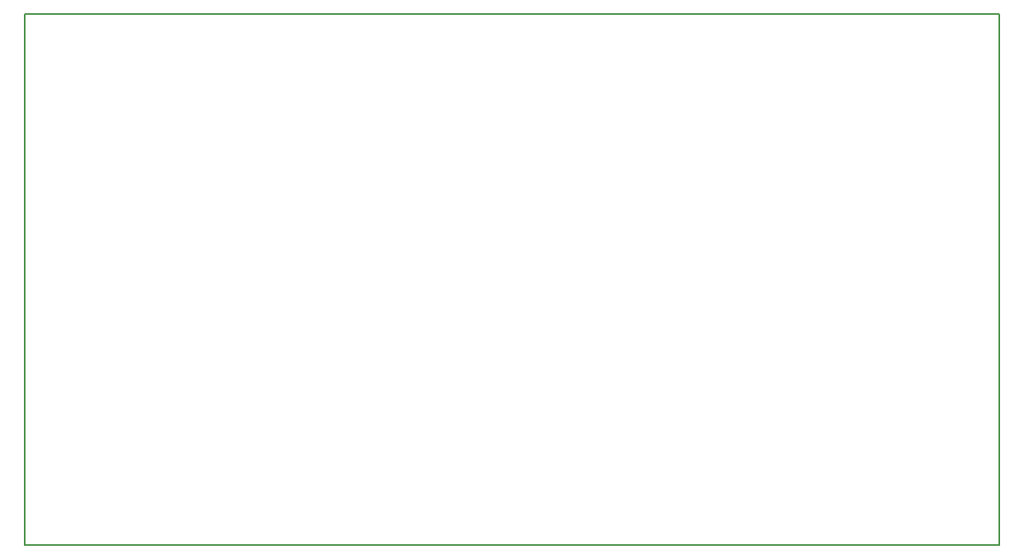
<source format=gbr>
G04 #@! TF.GenerationSoftware,KiCad,Pcbnew,(5.0.1-3-g963ef8bb5)*
G04 #@! TF.CreationDate,2018-11-12T18:22:58-08:00*
G04 #@! TF.ProjectId,DCMotorCreature,44434D6F746F7243726561747572652E,rev?*
G04 #@! TF.SameCoordinates,Original*
G04 #@! TF.FileFunction,Profile,NP*
%FSLAX46Y46*%
G04 Gerber Fmt 4.6, Leading zero omitted, Abs format (unit mm)*
G04 Created by KiCad (PCBNEW (5.0.1-3-g963ef8bb5)) date Monday, November 12, 2018 at 06:22:58 pm*
%MOMM*%
%LPD*%
G01*
G04 APERTURE LIST*
%ADD10C,0.150000*%
G04 APERTURE END LIST*
D10*
X120000000Y-20390000D02*
X120000000Y-75000000D01*
X20000000Y-20390000D02*
X120000000Y-20390000D01*
X20000000Y-20390000D02*
X20000000Y-75000000D01*
X20000000Y-75000000D02*
X120000000Y-75000000D01*
M02*

</source>
